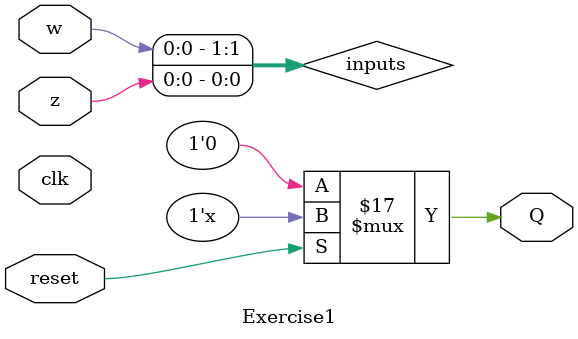
<source format=v>
`timescale 1ns / 1ps


module Exercise1(
    input reset, clk, w, z, 
    output reg Q
    );
    
    reg [1:0] inputs;
    
    always @ (reset, clk)
    begin
    
        inputs = {w,z};
        
        if(!reset)
            Q = 0;
            
        else
        begin
            
            if(!Q)
            begin
                case(inputs)
                    0: Q <= Q;
                    2: Q <= ~Q;
                    default: Q <= Q;
                endcase
            end
            else
            begin
                case(inputs)
                    0: Q <= ~Q;
                    3: Q <= Q;
                    default: Q <= Q;
                endcase
            end
        end
    end
endmodule

</source>
